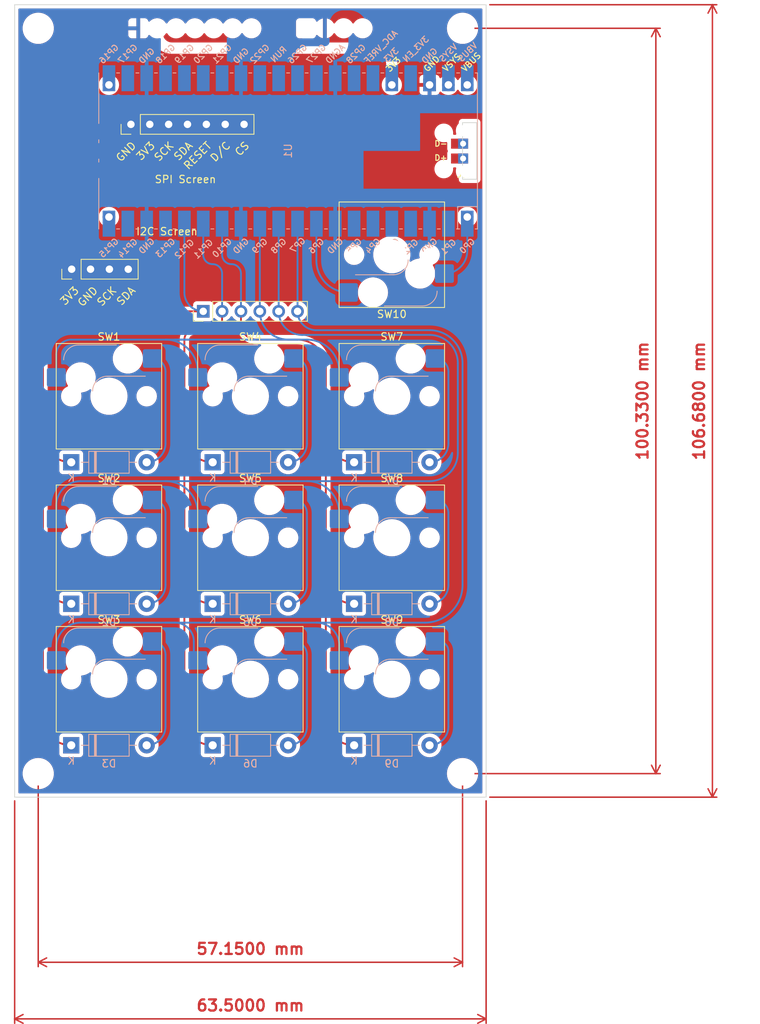
<source format=kicad_pcb>
(kicad_pcb (version 20211014) (generator pcbnew)
  (layers (0 "F.Cu" signal) (31 "B.Cu" signal) (34 "B.Paste" user) (35 "F.Paste" user) (36 "B.SilkS" user "B.Silkscreen") (37 "F.SilkS" user "F.Silkscreen") (38 "B.Mask" user) (39 "F.Mask" user) (44 "Edge.Cuts" user))
  (net 0 "")
  (net 1 "ROW1")
  (net 2 "Net-(D1-Pad2)")
  (net 3 "ROW2")
  (net 4 "Net-(D2-Pad2)")
  (net 5 "ROW3")
  (net 6 "Net-(D3-Pad2)")
  (net 7 "Net-(D4-Pad2)")
  (net 8 "Net-(D5-Pad2)")
  (net 9 "Net-(D6-Pad2)")
  (net 10 "Net-(D7-Pad2)")
  (net 11 "Net-(D8-Pad2)")
  (net 12 "Net-(D9-Pad2)")
  (net 13 "COL1")
  (net 14 "COL2")
  (net 15 "COL3")
  (net 16 "GND")
  (net 17 "SCK")
  (net 18 "SDA")
  (net 20 "3V3")
  (net 27 "SPI0_SCK")
  (net 30 "SPI0_TX")
  (net 31 "SCREEN_RESET")
  (net 32 "SCREEN_COMMAND")
  (net 33 "SPI0_CS")
  (net 41 "ROW0")
  (net 42 "COL0")
  (net 43 "D+")
  (net 44 "D-")
  (footprint "Switch_Keyboard_Hotswap_Kailh:SW_Hotswap_Kailh_MX" (layer "F.Cu") (at 76.2 76.2)
    (fp_text reference "SW1" (at 0 -8) (layer "F.SilkS"))
    (fp_text value "SW_Push")
    (pad "" np_thru_hole circle locked (at -3.81 -2.54) (size 3.05 3.05) (drill 3.05) (layers *.Cu *.Mask))
    (pad "" np_thru_hole circle locked (at -5.08 0) (size 1.75 1.75) (drill 1.75) (layers *.Cu *.Mask))
    (pad "" np_thru_hole circle locked (at 5.08 0) (size 1.75 1.75) (drill 1.75) (layers *.Cu *.Mask))
    (pad "" np_thru_hole circle locked (at 0 0) (size 4 4) (drill 4) (layers *.Cu *.Mask))
    (pad "" np_thru_hole circle locked (at 2.54 -5.08) (size 3.05 3.05) (drill 3.05) (layers *.Cu *.Mask))
    (pad "1" smd roundrect locked (at -7.085 -2.54) (size 2.55 2.5) (layers "B.Cu" "B.Paste" "B.Mask") (roundrect_rratio 0.1) (net 1 "ROW1"))
    (pad "2" smd roundrect locked (at 5.842 -5.08) (size 2.55 2.5) (layers "B.Cu" "B.Paste" "B.Mask") (roundrect_rratio 0.1) (net 2 "Net-(D1-Pad2)"))
  )
  (footprint "MountingHole:MountingHole_3.2mm_M3" (layer "F.Cu") (at 66.675 127)
    (fp_text reference "H3" hide)
    (fp_text value "MountingHole")
    (pad "" np_thru_hole circle (at 0 0) (size 3.2 3.2) (drill 3.2) (layers *.Cu *.Mask))
  )
  (footprint "Switch_Keyboard_Hotswap_Kailh:SW_Hotswap_Kailh_MX" (layer "F.Cu") (at 114.3 57.15 180)
    (fp_text reference "SW10" (at 0 -8) (layer "F.SilkS"))
    (fp_text value "SW_Push")
    (pad "" np_thru_hole circle locked (at 2.54 -5.08 180) (size 3.05 3.05) (drill 3.05) (layers *.Cu *.Mask))
    (pad "" np_thru_hole circle locked (at -5.08 0 180) (size 1.75 1.75) (drill 1.75) (layers *.Cu *.Mask))
    (pad "" np_thru_hole circle locked (at 0 0 180) (size 4 4) (drill 4) (layers *.Cu *.Mask))
    (pad "" np_thru_hole circle locked (at 5.08 0 180) (size 1.75 1.75) (drill 1.75) (layers *.Cu *.Mask))
    (pad "" np_thru_hole circle locked (at -3.81 -2.54 180) (size 3.05 3.05) (drill 3.05) (layers *.Cu *.Mask))
    (pad "1" smd roundrect locked (at -7.085 -2.54 180) (size 2.55 2.5) (layers "B.Cu" "B.Paste" "B.Mask") (roundrect_rratio 0.1) (net 41 "ROW0"))
    (pad "2" smd roundrect locked (at 5.842 -5.08 180) (size 2.55 2.5) (layers "B.Cu" "B.Paste" "B.Mask") (roundrect_rratio 0.1) (net 42 "COL0"))
  )
  (footprint "Switch_Keyboard_Hotswap_Kailh:SW_Hotswap_Kailh_MX" (layer "F.Cu") (at 76.2 95.25)
    (fp_text reference "SW2" (at 0 -8) (layer "F.SilkS"))
    (fp_text value "SW_Push")
    (pad "" np_thru_hole circle locked (at -3.81 -2.54) (size 3.05 3.05) (drill 3.05) (layers *.Cu *.Mask))
    (pad "" np_thru_hole circle locked (at 5.08 0) (size 1.75 1.75) (drill 1.75) (layers *.Cu *.Mask))
    (pad "" np_thru_hole circle locked (at 2.54 -5.08) (size 3.05 3.05) (drill 3.05) (layers *.Cu *.Mask))
    (pad "" np_thru_hole circle locked (at -5.08 0) (size 1.75 1.75) (drill 1.75) (layers *.Cu *.Mask))
    (pad "" np_thru_hole circle locked (at 0 0) (size 4 4) (drill 4) (layers *.Cu *.Mask))
    (pad "1" smd roundrect locked (at -7.085 -2.54) (size 2.55 2.5) (layers "B.Cu" "B.Paste" "B.Mask") (roundrect_rratio 0.1) (net 3 "ROW2"))
    (pad "2" smd roundrect locked (at 5.842 -5.08) (size 2.55 2.5) (layers "B.Cu" "B.Paste" "B.Mask") (roundrect_rratio 0.1) (net 4 "Net-(D2-Pad2)"))
  )
  (footprint "Switch_Keyboard_Hotswap_Kailh:SW_Hotswap_Kailh_MX" (layer "F.Cu") (at 95.25 114.3)
    (fp_text reference "SW6" (at 0 -8) (layer "F.SilkS"))
    (fp_text value "SW_Push")
    (pad "" np_thru_hole circle locked (at -3.81 -2.54) (size 3.05 3.05) (drill 3.05) (layers *.Cu *.Mask))
    (pad "" np_thru_hole circle locked (at 0 0) (size 4 4) (drill 4) (layers *.Cu *.Mask))
    (pad "" np_thru_hole circle locked (at 5.08 0) (size 1.75 1.75) (drill 1.75) (layers *.Cu *.Mask))
    (pad "" np_thru_hole circle locked (at 2.54 -5.08) (size 3.05 3.05) (drill 3.05) (layers *.Cu *.Mask))
    (pad "" np_thru_hole circle locked (at -5.08 0) (size 1.75 1.75) (drill 1.75) (layers *.Cu *.Mask))
    (pad "1" smd roundrect locked (at -7.085 -2.54) (size 2.55 2.5) (layers "B.Cu" "B.Paste" "B.Mask") (roundrect_rratio 0.1) (net 5 "ROW3"))
    (pad "2" smd roundrect locked (at 5.842 -5.08) (size 2.55 2.5) (layers "B.Cu" "B.Paste" "B.Mask") (roundrect_rratio 0.1) (net 9 "Net-(D6-Pad2)"))
  )
  (footprint "Connector_PinHeader_2.54mm:PinHeader_1x07_P2.54mm_Vertical" (layer "F.Cu") (at 79.16 39.6 90)
    (fp_text reference "J4" hide)
    (fp_text value "SPI Screen" (at -7.4 7.34) (layer "F.SilkS"))
    (pad "1" thru_hole rect (at 0 0 90) (size 1.7 1.7) (drill 1) (layers *.Cu *.Mask) (net 16 "GND"))
    (pad "2" thru_hole oval (at 0 2.54 90) (size 1.7 1.7) (drill 1) (layers *.Cu *.Mask) (net 20 "3V3"))
    (pad "3" thru_hole oval (at 0 5.08 90) (size 1.7 1.7) (drill 1) (layers *.Cu *.Mask) (net 27 "SPI0_SCK"))
    (pad "4" thru_hole oval (at 0 7.62 90) (size 1.7 1.7) (drill 1) (layers *.Cu *.Mask) (net 30 "SPI0_TX"))
    (pad "5" thru_hole oval (at 0 10.16 90) (size 1.7 1.7) (drill 1) (layers *.Cu *.Mask) (net 31 "SCREEN_RESET"))
    (pad "6" thru_hole oval (at 0 12.7 90) (size 1.7 1.7) (drill 1) (layers *.Cu *.Mask) (net 32 "SCREEN_COMMAND"))
    (pad "7" thru_hole oval (at 0 15.24 90) (size 1.7 1.7) (drill 1) (layers *.Cu *.Mask) (net 33 "SPI0_CS"))
  )
  (footprint "MountingHole:MountingHole_3.2mm_M3" (layer "F.Cu") (at 123.825 26.67)
    (fp_text reference "H2" hide)
    (fp_text value "MountingHole")
    (pad "" np_thru_hole circle (at 0 0) (size 3.2 3.2) (drill 3.2) (layers *.Cu *.Mask))
  )
  (footprint "MountingHole:MountingHole_3.2mm_M3" (layer "F.Cu") (at 66.675 26.67)
    (fp_text reference "H1" hide)
    (fp_text value "MountingHole")
    (pad "" np_thru_hole circle (at 0 0) (size 3.2 3.2) (drill 3.2) (layers *.Cu *.Mask))
  )
  (footprint "Switch_Keyboard_Hotswap_Kailh:SW_Hotswap_Kailh_MX" (layer "F.Cu") (at 114.3 76.2)
    (fp_text reference "SW7" (at 0 -8) (layer "F.SilkS"))
    (fp_text value "SW_Push")
    (pad "" np_thru_hole circle locked (at 2.54 -5.08) (size 3.05 3.05) (drill 3.05) (layers *.Cu *.Mask))
    (pad "" np_thru_hole circle locked (at 0 0) (size 4 4) (drill 4) (layers *.Cu *.Mask))
    (pad "" np_thru_hole circle locked (at 5.08 0) (size 1.75 1.75) (drill 1.75) (layers *.Cu *.Mask))
    (pad "" np_thru_hole circle locked (at -5.08 0) (size 1.75 1.75) (drill 1.75) (layers *.Cu *.Mask))
    (pad "" np_thru_hole circle locked (at -3.81 -2.54) (size 3.05 3.05) (drill 3.05) (layers *.Cu *.Mask))
    (pad "1" smd roundrect locked (at -7.085 -2.54) (size 2.55 2.5) (layers "B.Cu" "B.Paste" "B.Mask") (roundrect_rratio 0.1) (net 1 "ROW1"))
    (pad "2" smd roundrect locked (at 5.842 -5.08) (size 2.55 2.5) (layers "B.Cu" "B.Paste" "B.Mask") (roundrect_rratio 0.1) (net 10 "Net-(D7-Pad2)"))
  )
  (footprint "MountingHole:MountingHole_3.2mm_M3" (layer "F.Cu") (at 123.825 127)
    (fp_text reference "H4" hide)
    (fp_text value "MountingHole")
    (pad "" np_thru_hole circle (at 0 0) (size 3.2 3.2) (drill 3.2) (layers *.Cu *.Mask))
  )
  (footprint "Connector_PinHeader_2.00mm:PinHeader_1x02_P2.00mm_Vertical" (layer "F.Cu") (at 123.9 44.2 180)
    (fp_text reference "J1" (at 0 -2.06) (layer "F.SilkS"))
    (fp_text value "Conn_01x02")
    (pad "1" thru_hole rect (at 0 0 180) (size 1.35 1.35) (drill 0.8) (layers *.Cu *.Mask) (net 43 "D+"))
    (pad "1" smd rect (at 0.75 0 180) (size 1.75 1.35) (layers "F.Cu" "F.Mask") (net 43 "D+"))
    (pad "2" thru_hole rect (at 0 2 180) (size 1.35 1.35) (drill 0.8) (layers *.Cu *.Mask) (net 44 "D-"))
    (pad "2" smd rect (at 0.75 2 180) (size 1.75 1.35) (layers "F.Cu" "F.Mask") (net 44 "D-"))
  )
  (footprint "Switch_Keyboard_Hotswap_Kailh:SW_Hotswap_Kailh_MX" (layer "F.Cu") (at 114.3 95.25)
    (fp_text reference "SW8" (at 0 -8) (layer "F.SilkS"))
    (fp_text value "SW_Push")
    (pad "" np_thru_hole circle locked (at 0 0) (size 4 4) (drill 4) (layers *.Cu *.Mask))
    (pad "" np_thru_hole circle locked (at 5.08 0) (size 1.75 1.75) (drill 1.75) (layers *.Cu *.Mask))
    (pad "" np_thru_hole circle locked (at 2.54 -5.08) (size 3.05 3.05) (drill 3.05) (layers *.Cu *.Mask))
    (pad "" np_thru_hole circle locked (at -3.81 -2.54) (size 3.05 3.05) (drill 3.05) (layers *.Cu *.Mask))
    (pad "" np_thru_hole circle locked (at -5.08 0) (size 1.75 1.75) (drill 1.75) (layers *.Cu *.Mask))
    (pad "1" smd roundrect locked (at -7.085 -2.54) (size 2.55 2.5) (layers "B.Cu" "B.Paste" "B.Mask") (roundrect_rratio 0.1) (net 3 "ROW2"))
    (pad "2" smd roundrect locked (at 5.842 -5.08) (size 2.55 2.5) (layers "B.Cu" "B.Paste" "B.Mask") (roundrect_rratio 0.1) (net 11 "Net-(D8-Pad2)"))
  )
  (footprint "Switch_Keyboard_Hotswap_Kailh:SW_Hotswap_Kailh_MX" (layer "F.Cu") (at 76.2 114.3)
    (fp_text reference "SW3" (at 0 -8) (layer "F.SilkS"))
    (fp_text value "SW_Push")
    (pad "" np_thru_hole circle locked (at 0 0) (size 4 4) (drill 4) (layers *.Cu *.Mask))
    (pad "" np_thru_hole circle locked (at 5.08 0) (size 1.75 1.75) (drill 1.75) (layers *.Cu *.Mask))
    (pad "" np_thru_hole circle locked (at -3.81 -2.54) (size 3.05 3.05) (drill 3.05) (layers *.Cu *.Mask))
    (pad "" np_thru_hole circle locked (at -5.08 0) (size 1.75 1.75) (drill 1.75) (layers *.Cu *.Mask))
    (pad "" np_thru_hole circle locked (at 2.54 -5.08) (size 3.05 3.05) (drill 3.05) (layers *.Cu *.Mask))
    (pad "1" smd roundrect locked (at -7.085 -2.54) (size 2.55 2.5) (layers "B.Cu" "B.Paste" "B.Mask") (roundrect_rratio 0.1) (net 5 "ROW3"))
    (pad "2" smd roundrect locked (at 5.842 -5.08) (size 2.55 2.5) (layers "B.Cu" "B.Paste" "B.Mask") (roundrect_rratio 0.1) (net 6 "Net-(D3-Pad2)"))
  )
  (footprint "Switch_Keyboard_Hotswap_Kailh:SW_Hotswap_Kailh_MX" (layer "F.Cu") (at 95.25 76.2)
    (fp_text reference "SW4" (at 0 -8) (layer "F.SilkS"))
    (fp_text value "SW_Push")
    (pad "" np_thru_hole circle locked (at 0 0) (size 4 4) (drill 4) (layers *.Cu *.Mask))
    (pad "" np_thru_hole circle locked (at 2.54 -5.08) (size 3.05 3.05) (drill 3.05) (layers *.Cu *.Mask))
    (pad "" np_thru_hole circle locked (at -3.81 -2.54) (size 3.05 3.05) (drill 3.05) (layers *.Cu *.Mask))
    (pad "" np_thru_hole circle locked (at 5.08 0) (size 1.75 1.75) (drill 1.75) (layers *.Cu *.Mask))
    (pad "" np_thru_hole circle locked (at -5.08 0) (size 1.75 1.75) (drill 1.75) (layers *.Cu *.Mask))
    (pad "1" smd roundrect locked (at -7.085 -2.54) (size 2.55 2.5) (layers "B.Cu" "B.Paste" "B.Mask") (roundrect_rratio 0.1) (net 1 "ROW1"))
    (pad "2" smd roundrect locked (at 5.842 -5.08) (size 2.55 2.5) (layers "B.Cu" "B.Paste" "B.Mask") (roundrect_rratio 0.1) (net 7 "Net-(D4-Pad2)"))
  )
  (footprint "Connector_PinHeader_2.54mm:PinHeader_1x06_P2.54mm_Vertical" (layer "F.Cu") (at 88.9 64.77 90)
    (fp_text reference "J2" hide)
    (fp_text value "Conn_01x06")
    (pad "1" thru_hole rect (at 0 0 90) (size 1.7 1.7) (drill 1) (layers *.Cu *.Mask) (net 13 "COL1"))
    (pad "2" thru_hole oval (at 0 2.54 90) (size 1.7 1.7) (drill 1) (layers *.Cu *.Mask) (net 14 "COL2"))
    (pad "3" thru_hole oval (at 0 5.08 90) (size 1.7 1.7) (drill 1) (layers *.Cu *.Mask) (net 15 "COL3"))
    (pad "4" thru_hole oval (at 0 7.62 90) (size 1.7 1.7) (drill 1) (layers *.Cu *.Mask) (net 1 "ROW1"))
    (pad "5" thru_hole oval (at 0 10.16 90) (size 1.7 1.7) (drill 1) (layers *.Cu *.Mask) (net 3 "ROW2"))
    (pad "6" thru_hole oval (at 0 12.7 90) (size 1.7 1.7) (drill 1) (layers *.Cu *.Mask) (net 5 "ROW3"))
  )
  (footprint "Switch_Keyboard_Hotswap_Kailh:SW_Hotswap_Kailh_MX" (layer "F.Cu") (at 95.25 95.25)
    (fp_text reference "SW5" (at 0 -8) (layer "F.SilkS"))
    (fp_text value "SW_Push")
    (pad "" np_thru_hole circle locked (at 5.08 0) (size 1.75 1.75) (drill 1.75) (layers *.Cu *.Mask))
    (pad "" np_thru_hole circle locked (at 2.54 -5.08) (size 3.05 3.05) (drill 3.05) (layers *.Cu *.Mask))
    (pad "" np_thru_hole circle locked (at -5.08 0) (size 1.75 1.75) (drill 1.75) (layers *.Cu *.Mask))
    (pad "" np_thru_hole circle locked (at 0 0) (size 4 4) (drill 4) (layers *.Cu *.Mask))
    (pad "" np_thru_hole circle locked (at -3.81 -2.54) (size 3.05 3.05) (drill 3.05) (layers *.Cu *.Mask))
    (pad "1" smd roundrect locked (at -7.085 -2.54) (size 2.55 2.5) (layers "B.Cu" "B.Paste" "B.Mask") (roundrect_rratio 0.1) (net 3 "ROW2"))
    (pad "2" smd roundrect locked (at 5.842 -5.08) (size 2.55 2.5) (layers "B.Cu" "B.Paste" "B.Mask") (roundrect_rratio 0.1) (net 8 "Net-(D5-Pad2)"))
  )
  (footprint "Switch_Keyboard_Hotswap_Kailh:SW_Hotswap_Kailh_MX" (layer "F.Cu") (at 114.3 114.3)
    (fp_text reference "SW9" (at 0 -8) (layer "F.SilkS"))
    (fp_text value "SW_Push")
    (pad "" np_thru_hole circle locked (at 5.08 0) (size 1.75 1.75) (drill 1.75) (layers *.Cu *.Mask))
    (pad "" np_thru_hole circle locked (at 2.54 -5.08) (size 3.05 3.05) (drill 3.05) (layers *.Cu *.Mask))
    (pad "" np_thru_hole circle locked (at 0 0) (size 4 4) (drill 4) (layers *.Cu *.Mask))
    (pad "" np_thru_hole circle locked (at -3.81 -2.54) (size 3.05 3.05) (drill 3.05) (layers *.Cu *.Mask))
    (pad "" np_thru_hole circle locked (at -5.08 0) (size 1.75 1.75) (drill 1.75) (layers *.Cu *.Mask))
    (pad "1" smd roundrect locked (at -7.085 -2.54) (size 2.55 2.5) (layers "B.Cu" "B.Paste" "B.Mask") (roundrect_rratio 0.1) (net 5 "ROW3"))
    (pad "2" smd roundrect locked (at 5.842 -5.08) (size 2.55 2.5) (layers "B.Cu" "B.Paste" "B.Mask") (roundrect_rratio 0.1) (net 12 "Net-(D9-Pad2)"))
  )
  (footprint "Connector_PinHeader_2.54mm:PinHeader_1x04_P2.54mm_Vertical" (layer "F.Cu") (at 71.18 59.1 90)
    (fp_text reference "J3" hide)
    (fp_text value "I2C Screen" (at 5.08 12.82897) (layer "F.SilkS"))
    (pad "1" thru_hole rect (at 0 0 90) (size 1.7 1.7) (drill 1) (layers *.Cu *.Mask) (net 20 "3V3"))
    (pad "2" thru_hole oval (at 0 2.54 90) (size 1.7 1.7) (drill 1) (layers *.Cu *.Mask) (net 16 "GND"))
    (pad "3" thru_hole oval (at 0 5.08 90) (size 1.7 1.7) (drill 1) (layers *.Cu *.Mask) (net 17 "SCK"))
    (pad "4" thru_hole oval (at 0 7.62 90) (size 1.7 1.7) (drill 1) (layers *.Cu *.Mask) (net 18 "SDA"))
  )
  (footprint "Diode_THT:D_DO-41_SOD81_P10.16mm_Horizontal" (layer "B.Cu") (at 109.22 123.19)
    (fp_text reference "D9" (at 5.08 2.47) (layer "B.SilkS") (effects (justify mirror)))
    (fp_text value "D")
    (fp_text user "K" (at 0 2.1) (layer "B.SilkS") (effects (justify mirror)))
    (pad "1" thru_hole rect (at 0 0) (size 2.2 2.2) (drill 1.1) (layers *.Cu *.Mask) (net 15 "COL3"))
    (pad "2" thru_hole oval (at 10.16 0) (size 2.2 2.2) (drill 1.1) (layers *.Cu *.Mask) (net 12 "Net-(D9-Pad2)"))
  )
  (footprint "Diode_THT:D_DO-41_SOD81_P10.16mm_Horizontal" (layer "B.Cu") (at 71.12 104.14)
    (fp_text reference "D2" (at 5.08 2.47) (layer "B.SilkS") (effects (justify mirror)))
    (fp_text value "D")
    (fp_text user "K" (at 0 2.1) (layer "B.SilkS") (effects (justify mirror)))
    (pad "1" thru_hole rect (at 0 0) (size 2.2 2.2) (drill 1.1) (layers *.Cu *.Mask) (net 13 "COL1"))
    (pad "2" thru_hole oval (at 10.16 0) (size 2.2 2.2) (drill 1.1) (layers *.Cu *.Mask) (net 4 "Net-(D2-Pad2)"))
  )
  (footprint "Diode_THT:D_DO-41_SOD81_P10.16mm_Horizontal" (layer "B.Cu") (at 90.17 123.19)
    (fp_text reference "D6" (at 5.08 2.47) (layer "B.SilkS") (effects (justify mirror)))
    (fp_text value "D")
    (fp_text user "K" (at 0 2.1) (layer "B.SilkS") (effects (justify mirror)))
    (pad "1" thru_hole rect (at 0 0) (size 2.2 2.2) (drill 1.1) (layers *.Cu *.Mask) (net 14 "COL2"))
    (pad "2" thru_hole oval (at 10.16 0) (size 2.2 2.2) (drill 1.1) (layers *.Cu *.Mask) (net 9 "Net-(D6-Pad2)"))
  )
  (footprint "Diode_THT:D_DO-41_SOD81_P10.16mm_Horizontal" (layer "B.Cu") (at 90.17 104.14)
    (fp_text reference "D5" (at 5.08 2.47) (layer "B.SilkS") (effects (justify mirror)))
    (fp_text value "D")
    (fp_text user "K" (at 0 2.1) (layer "B.SilkS") (effects (justify mirror)))
    (pad "1" thru_hole rect (at 0 0) (size 2.2 2.2) (drill 1.1) (layers *.Cu *.Mask) (net 14 "COL2"))
    (pad "2" thru_hole oval (at 10.16 0) (size 2.2 2.2) (drill 1.1) (layers *.Cu *.Mask) (net 8 "Net-(D5-Pad2)"))
  )
  (footprint "MCU_RaspberryPi_and_Boards:RPi_Pico_SMD_TH" (layer "B.Cu") (at 100.33 43.18 90)
    (fp_text reference "U1" (at 0 0 270) (layer "B.SilkS") (effects (justify mirror)))
    (fp_text value "Pico")
    (fp_text user "GP0" (at -12.8 24.13 45) (layer "B.SilkS") (effects (font (size 0.8 0.8)) (justify mirror)))
    (fp_text user "GND" (at -12.8 19.05 45) (layer "B.SilkS") (effects (font (size 0.8 0.8)) (justify mirror)))
    (fp_text user "GP14" (at -13.1 -21.59 45) (layer "B.SilkS") (effects (font (size 0.8 0.8)) (justify mirror)))
    (fp_text user "GP12" (at -13.2 -13.97 45) (layer "B.SilkS") (effects (font (size 0.8 0.8)) (justify mirror)))
    (fp_text user "GP21" (at 13.054 -8.9 45) (layer "B.SilkS") (effects (font (size 0.8 0.8)) (justify mirror)))
    (fp_text user "GP22" (at 13.054 -3.81 45) (layer "B.SilkS") (effects (font (size 0.8 0.8)) (justify mirror)))
    (fp_text user "GP3" (at -12.8 13.97 45) (layer "B.SilkS") (effects (font (size 0.8 0.8)) (justify mirror)))
    (fp_text user "GP7" (at -12.7 1.3 45) (layer "B.SilkS") (effects (font (size 0.8 0.8)) (justify mirror)))
    (fp_text user "GND" (at -12.8 6.35 45) (layer "B.SilkS") (effects (font (size 0.8 0.8)) (justify mirror)))
    (fp_text user "GP15" (at -13.054 -24.13 45) (layer "B.SilkS") (effects (font (size 0.8 0.8)) (justify mirror)))
    (fp_text user "GP1" (at -12.9 21.6 45) (layer "B.SilkS") (effects (font (size 0.8 0.8)) (justify mirror)))
    (fp_text user "GND" (at -12.8 -19.05 45) (layer "B.SilkS") (effects (font (size 0.8 0.8)) (justify mirror)))
    (fp_text user "3V3" (at 12.9 13.9 45) (layer "B.SilkS") (effects (font (size 0.8 0.8)) (justify mirror)))
    (fp_text user "GP17" (at 13.054 -21.59 45) (layer "B.SilkS") (effects (font (size 0.8 0.8)) (justify mirror)))
    (fp_text user "GP28" (at 13.054 9.144 45) (layer "B.SilkS") (effects (font (size 0.8 0.8)) (justify mirror)))
    (fp_text user "VSYS" (at 13.2 21.59 45) (layer "B.SilkS") (effects (font (size 0.8 0.8)) (justify mirror)))
    (fp_text user "GP2" (at -12.9 16.51 45) (layer "B.SilkS") (effects (font (size 0.8 0.8)) (justify mirror)))
    (fp_text user "VBUS" (at 13.3 24.2 45) (layer "B.SilkS") (effects (font (size 0.8 0.8)) (justify mirror)))
    (fp_text user "GND" (at -12.8 -6.35 45) (layer "B.SilkS") (effects (font (size 0.8 0.8)) (justify mirror)))
    (fp_text user "GP27" (at 13.054 3.8 45) (layer "B.SilkS") (effects (font (size 0.8 0.8)) (justify mirror)))
    (fp_text user "GP9" (at -12.8 -3.81 45) (layer "B.SilkS") (effects (font (size 0.8 0.8)) (justify mirror)))
    (fp_text user "AGND" (at 13.054 6.35 45) (layer "B.SilkS") (effects (font (size 0.8 0.8)) (justify mirror)))
    (fp_text user "GP8" (at -12.8 -1.27 45) (layer "B.SilkS") (effects (font (size 0.8 0.8)) (justify mirror)))
    (fp_text user "ADC_VREF" (at 14 12.5 45) (layer "B.SilkS") (effects (font (size 0.8 0.8)) (justify mirror)))
    (fp_text user "GP13" (at -13.054 -16.51 45) (layer "B.SilkS") (effects (font (size 0.8 0.8)) (justify mirror)))
    (fp_text user "GP5" (at -12.8 8.89 45) (layer "B.SilkS") (effects (font (size 0.8 0.8)) (justify mirror)))
    (fp_text user "3V3_EN" (at 13.7 17.2 45) (layer "B.SilkS") (effects (font (size 0.8 0.8)) (justify mirror)))
    (fp_text user "GP11" (at -13.2 -11.43 45) (layer "B.SilkS") (effects (font (size 0.8 0.8)) (justify mirror)))
    (fp_text user "GND" (at 12.8 -19.05 45) (layer "B.SilkS") (effects (font (size 0.8 0.8)) (justify mirror)))
    (fp_text user "GP4" (at -12.8 11.43 45) (layer "B.SilkS") (effects (font (size 0.8 0.8)) (justify mirror)))
    (fp_text user "GP20" (at 13.054 -11.43 45) (layer "B.SilkS") (effects (font (size 0.8 0.8)) (justify mirror)))
    (fp_text user "GP16" (at 13.054 -24.13 45) (layer "B.SilkS") (effects (font (size 0.8 0.8)) (justify mirror)))
    (fp_text user "GP18" (at 13.054 -16.51 45) (layer "B.SilkS") (effects (font (size 0.8 0.8)) (justify mirror)))
    (fp_text user "GND" (at 12.8 19.05 45) (layer "B.SilkS") (effects (font (size 0.8 0.8)) (justify mirror)))
    (fp_text user "GND" (at 12.8 -6.35 45) (layer "B.SilkS") (effects (font (size 0.8 0.8)) (justify mirror)))
    (fp_text user "GP10" (at -13.054 -8.89 45) (layer "B.SilkS") (effects (font (size 0.8 0.8)) (justify mirror)))
    (fp_text user "GP6" (at -12.8 3.81 45) (layer "B.SilkS") (effects (font (size 0.8 0.8)) (justify mirror)))
    (fp_text user "GP19" (at 13.054 -13.97 45) (layer "B.SilkS") (effects (font (size 0.8 0.8)) (justify mirror)))
    (fp_text user "RUN" (at 13 -1.27 45) (layer "B.SilkS") (effects (font (size 0.8 0.8)) (justify mirror)))
    (fp_text user "GP26" (at 13.054 1.27 45) (layer "B.SilkS") (effects (font (size 0.8 0.8)) (justify mirror)))
    (pad "" np_thru_hole oval (at 2.725 24 90) (size 1.8 1.8) (drill 1.8) (layers *.Cu *.Mask))
    (pad "" np_thru_hole oval (at -2.425 20.97 90) (size 1.5 1.5) (drill 1.5) (layers *.Cu *.Mask))
    (pad "" np_thru_hole oval (at 2.425 20.97 90) (size 1.5 1.5) (drill 1.5) (layers *.Cu *.Mask))
    (pad "" np_thru_hole oval (at -2.725 24 90) (size 1.8 1.8) (drill 1.8) (layers *.Cu *.Mask))
    (pad "1" thru_hole oval (at -8.89 24.13 90) (size 1.7 1.7) (drill 1.02) (layers *.Cu *.Mask) (net 41 "ROW0"))
    (pad "1" smd rect (at -8.89 24.13 90) (size 3.5 1.7) (drill (offset -0.9 0)) (layers "B.Cu" "B.Mask") (net 41 "ROW0"))
    (pad "2" smd rect (at -8.89 21.59 90) (size 3.5 1.7) (drill (offset -0.9 0)) (layers "B.Cu" "B.Mask"))
    (pad "3" smd rect (at -8.89 19.05 90) (size 3.5 1.7) (drill (offset -0.9 0)) (layers "B.Cu" "B.Mask") (net 16 "GND"))
    (pad "4" smd rect (at -8.89 16.51 90) (size 3.5 1.7) (drill (offset -0.9 0)) (layers "B.Cu" "B.Mask"))
    (pad "5" smd rect (at -8.89 13.97 90) (size 3.5 1.7) (drill (offset -0.9 0)) (layers "B.Cu" "B.Mask"))
    (pad "6" smd rect (at -8.89 11.43 90) (size 3.5 1.7) (drill (offset -0.9 0)) (layers "B.Cu" "B.Mask"))
    (pad "7" smd rect (at -8.89 8.89 90) (size 3.5 1.7) (drill (offset -0.9 0)) (layers "B.Cu" "B.Mask"))
    (pad "8" smd rect (at -8.89 6.35 90) (size 3.5 1.7) (drill (offset -0.9 0)) (layers "B.Cu" "B.Mask") (net 16 "GND"))
    (pad "9" smd rect (at -8.89 3.81 90) (size 3.5 1.7) (drill (offset -0.9 0)) (layers "B.Cu" "B.Mask") (net 42 "COL0"))
    (pad "10" smd rect (at -8.89 1.27 90) (size 3.5 1.7) (drill (offset -0.9 0)) (layers "B.Cu" "B.Mask") (net 5 "ROW3"))
    (pad "11" smd rect (at -8.89 -1.27 90) (size 3.5 1.7) (drill (offset -0.9 0)) (layers "B.Cu" "B.Mask") (net 3 "ROW2"))
    (pad "12" smd rect (at -8.89 -3.81 90) (size 3.5 1.7) (drill (offset -0.9 0)) (layers "B.Cu" "B.Mask") (net 1 "ROW1"))
    (pad "13" smd rect (at -8.89 -6.35 90) (size 3.5 1.7) (drill (offset -0.9 0)) (layers "B.Cu" "B.Mask") (net 16 "GND"))
    (pad "14" smd rect (at -8.89 -8.89 90) (size 3.5 1.7) (drill (offset -0.9 0)) (layers "B.Cu" "B.Mask") (net 15 "COL3"))
    (pad "15" smd rect (at -8.89 -11.43 90) (size 3.5 1.7) (drill (offset -0.9 0)) (layers "B.Cu" "B.Mask") (net 14 "COL2"))
    (pad "16" smd rect (at -8.89 -13.97 90) (size 3.5 1.7) (drill (offset -0.9 0)) (layers "B.Cu" "B.Mask") (net 13 "COL1"))
    (pad "17" smd rect (at -8.89 -16.51 90) (size 3.5 1.7) (drill (offset -0.9 0)) (layers "B.Cu" "B.Mask"))
    (pad "18" smd rect (at -8.89 -19.05 90) (size 3.5 1.7) (drill (offset -0.9 0)) (layers "B.Cu" "B.Mask") (net 16 "GND"))
    (pad "19" smd rect (at -8.89 -21.59 90) (size 3.5 1.7) (drill (offset -0.9 0)) (layers "B.Cu" "B.Mask") (net 18 "SDA"))
    (pad "20" smd rect (at -8.89 -24.13 90) (size 3.5 1.7) (drill (offset -0.9 0)) (layers "B.Cu" "B.Mask") (net 17 "SCK"))
    (pad "20" thru_hole oval (at -8.89 -24.13 90) (size 1.7 1.7) (drill 1.02) (layers *.Cu *.Mask) (net 17 "SCK"))
    (pad "21" smd rect (at 8.89 -24.13 90) (size 3.5 1.7) (drill (offset 0.9 0)) (layers "B.Cu" "B.Mask"))
    (pad "21" thru_hole oval (at 8.89 -24.13 90) (size 1.7 1.7) (drill 1.02) (layers *.Cu *.Mask))
    (pad "22" smd rect (at 8.89 -21.59 90) (size 3.5 1.7) (drill (offset 0.9 0)) (layers "B.Cu" "B.Mask") (net 33 "SPI0_CS"))
    (pad "23" smd rect (at 8.89 -19.05 90) (size 3.5 1.7) (drill (offset 0.9 0)) (layers "B.Cu" "B.Mask") (net 16 "GND"))
    (pad "24" smd rect (at 8.89 -16.51 90) (size 3.5 1.7) (drill (offset 0.9 0)) (layers "B.Cu" "B.Mask") (net 27 "SPI0_SCK"))
    (pad "25" smd rect (at 8.89 -13.97 90) (size 3.5 1.7) (drill (offset 0.9 0)) (layers "B.Cu" "B.Mask") (net 30 "SPI0_TX"))
    (pad "26" smd rect (at 8.89 -11.43 90) (size 3.5 1.7) (drill (offset 0.9 0)) (layers "B.Cu" "B.Mask") (net 31 "SCREEN_RESET"))
    (pad "27" smd rect (at 8.89 -8.89 90) (size 3.5 1.7) (drill (offset 0.9 0)) (layers "B.Cu" "B.Mask") (net 32 "SCREEN_COMMAND"))
    (pad "28" smd rect (at 8.89 -6.35 90) (size 3.5 1.7) (drill (offset 0.9 0)) (layers "B.Cu" "B.Mask") (net 16 "GND"))
    (pad "29" smd rect (at 8.89 -3.81 90) (size 3.5 1.7) (drill (offset 0.9 0)) (layers "B.Cu" "B.Mask"))
    (pad "30" smd rect (at 8.89 -1.27 90) (size 3.5 1.7) (drill (offset 0.9 0)) (layers "B.Cu" "B.Mask"))
    (pad "31" smd rect (at 8.89 1.27 90) (size 3.5 1.7) (drill (offset 0.9 0)) (layers "B.Cu" "B.Mask"))
    (pad "32" smd rect (at 8.89 3.81 90) (size 3.5 1.7) (drill (offset 0.9 0)) (layers "B.Cu" "B.Mask"))
    (pad "33" smd rect (at 8.89 6.35 90) (size 3.5 1.7) (drill (offset 0.9 0)) (layers "B.Cu" "B.Mask") (net 16 "GND"))
    (pad "34" smd rect (at 8.89 8.89 90) (size 3.5 1.7) (drill (offset 0.9 0)) (layers "B.Cu" "B.Mask"))
    (pad "35" smd rect (at 8.89 11.43 90) (size 3.5 1.7) (drill (offset 0.9 0)) (layers "B.Cu" "B.Mask"))
    (pad "36" smd rect (at 8.89 13.97 90) (size 3.5 1.7) (drill (offset 0.9 0)) (layers "B.Cu" "B.Mask") (net 20 "3V3"))
    (pad "36" thru_hole oval (at 8.89 13.97 90) (size 1.7 1.7) (drill 1.02) (layers *.Cu *.Mask) (net 20 "3V3"))
    (pad "37" smd rect (at 8.89 16.51 90) (size 3.5 1.7) (drill (offset 0.9 0)) (layers "B.Cu" "B.Mask"))
    (pad "38" thru_hole rect (at 8.89 19.05 90) (size 1.7 1.7) (drill 1.02) (layers *.Cu *.Mask) (net 16 "GND"))
    (pad "38" smd rect (at 8.89 19.05 90) (size 3.5 1.7) (drill (offset 0.9 0)) (layers "B.Cu" "B.Mask") (net 16 "GND"))
    (pad "39" smd rect (at 8.89 21.59 90) (size 3.5 1.7) (drill (offset 0.9 0)) (layers "B.Cu" "B.Mask"))
    (pad "39" thru_hole oval (at 8.89 21.59 90) (size 1.7 1.7) (drill 1.02) (layers *.Cu *.Mask))
    (pad "40" thru_hole oval (at 8.89 24.13 90) (size 1.7 1.7) (drill 1.02) (layers *.Cu *.Mask))
    (pad "40" smd rect (at 8.89 24.13 90) (size 3.5 1.7) (drill (offset 0.9 0)) (layers "B.Cu" "B.Mask"))
  )
  (footprint "Diode_THT:D_DO-41_SOD81_P10.16mm_Horizontal" (layer "B.Cu") (at 109.22 104.14)
    (fp_text reference "D8" (at 5.08 2.47) (layer "B.SilkS") (effects (justify mirror)))
    (fp_text value "D")
    (fp_text user "K" (at 0 2.1) (layer "B.SilkS") (effects (justify mirror)))
    (pad "1" thru_hole rect (at 0 0) (size 2.2 2.2) (drill 1.1) (layers *.Cu *.Mask) (net 15 "COL3"))
    (pad "2" thru_hole oval (at 10.16 0) (size 2.2 2.2) (drill 1.1) (layers *.Cu *.Mask) (net 11 "Net-(D8-Pad2)"))
  )
  (footprint "Diode_THT:D_DO-41_SOD81_P10.16mm_Horizontal" (layer "B.Cu") (at 109.22 85.09)
    (fp_text reference "D7" (at 5.08 2.47) (layer "B.SilkS") (effects (justify mirror)))
    (fp_text value "D")
    (fp_text user "K" (at 0 2.1) (layer "B.SilkS") (effects (justify mirror)))
    (pad "1" thru_hole rect (at 0 0) (size 2.2 2.2) (drill 1.1) (layers *.Cu *.Mask) (net 15 "COL3"))
    (pad "2" thru_hole oval (at 10.16 0) (size 2.2 2.2) (drill 1.1) (layers *.Cu *.Mask) (net 10 "Net-(D7-Pad2)"))
  )
  (footprint "Diode_THT:D_DO-41_SOD81_P10.16mm_Horizontal" (layer "B.Cu") (at 71.12 123.19)
    (fp_text reference "D3" (at 5.08 2.47) (layer "B.SilkS") (effects (justify mirror)))
    (fp_text value "D")
    (fp_text user "K" (at 0 2.1) (layer "B.SilkS") (effects (justify mirror)))
    (pad "1" thru_hole rect (at 0 0) (size 2.2 2.2) (drill 1.1) (layers *.Cu *.Mask) (net 13 "COL1"))
    (pad "2" thru_hole oval (at 10.16 0) (size 2.2 2.2) (drill 1.1) (layers *.Cu *.Mask) (net 6 "Net-(D3-Pad2)"))
  )
  (footprint "Diode_THT:D_DO-41_SOD81_P10.16mm_Horizontal" (layer "B.Cu") (at 71.12 85.09)
    (fp_text reference "D1" (at 5.08 2.47) (layer "B.SilkS") (effects (justify mirror)))
    (fp_text value "D")
    (fp_text user "K" (at 0 2.1) (layer "B.SilkS") (effects (justify mirror)))
    (pad "1" thru_hole rect (at 0 0) (size 2.2 2.2) (drill 1.1) (layers *.Cu *.Mask) (net 13 "COL1"))
    (pad "2" thru_hole oval (at 10.16 0) (size 2.2 2.2) (drill 1.1) (layers *.Cu *.Mask) (net 2 "Net-(D1-Pad2)"))
  )
  (footprint "Diode_THT:D_DO-41_SOD81_P10.16mm_Horizontal" (layer "B.Cu") (at 90.17 85.09)
    (fp_text reference "D4" (at 5.08 2.47) (layer "B.SilkS") (effects (justify mirror)))
    (fp_text value "D")
    (fp_text user "K" (at 0 2.1) (layer "B.SilkS") (effects (justify mirror)))
    (pad "1" thru_hole rect (at 0 0) (size 2.2 2.2) (drill 1.1) (layers *.Cu *.Mask) (net 14 "COL2"))
    (pad "2" thru_hole oval (at 10.16 0) (size 2.2 2.2) (drill 1.1) (layers *.Cu *.Mask) (net 7 "Net-(D4-Pad2)"))
  )
  (gr_line (start 127 23.495) (end 127 130.175) (layer "Edge.Cuts") (width 0.1))
  (gr_line (start 63.5 23.495) (end 127 23.495) (layer "Edge.Cuts") (width 0.1))
  (gr_rect (start 123.825 39.37) (end 125.73 46.99) (layer "Edge.Cuts") (width 0.1) (fill none))
  (gr_line (start 63.5 130.175) (end 127 130.175) (layer "Edge.Cuts") (width 0.1))
  (gr_line (start 63.5 23.495) (end 63.5 130.175) (layer "Edge.Cuts") (width 0.1))
  (gr_text "SDA" (at 87.2725 42.14 45) (layer "F.SilkS") (effects (font (size 1 1)) (justify right)))
  (gr_text "RESET" (at 89.8125 42.14 45) (layer "F.SilkS") (effects (font (size 1 1)) (justify right)))
  (gr_text "GND" (at 74.48397 61.64 45) (layer "F.SilkS") (effects (font (size 1 1)) (justify right)))
  (gr_text "D/C" (at 92.3525 42.14 45) (layer "F.SilkS") (effects (font (size 1 1)) (justify right)))
  (gr_text "SCK\n" (at 84.7325 42.14 45) (layer "F.SilkS") (effects (font (size 1 1)) (justify right)))
  (gr_text "SDA" (at 79.56397 61.64 45) (layer "F.SilkS") (effects (font (size 1 1)) (justify right)))
  (gr_text "GND" (at 79.6525 42.14 45) (layer "F.SilkS") (effects (font (size 1 1)) (justify right)))
  (gr_text "VBUS" (at 123.825 32.385 -315) (layer "F.SilkS") (effects (font (size 0.8 0.8)) (justify left)))
  (gr_text "3V3" (at 113.665 32.385 -315) (layer "F.SilkS") (effects (font (size 0.8 0.8)) (justify left)))
  (gr_text "D+" (at 120.9 44.1) (layer "F.SilkS") (effects (font (size 0.75 0.75))))
  (gr_text "GND" (at 118.745 32.385 -315) (layer "F.SilkS") (effects (font (size 0.8 0.8)) (justify left)))
  (gr_text "CS" (at 94.8925 42.14 45) (layer "F.SilkS") (effects (font (size 1 1)) (justify right)))
  (gr_text "D-" (at 120.9 42.2) (layer "F.SilkS") (effects (font (size 0.75 0.75))))
  (gr_text "3V3" (at 82.1925 42.14 45) (layer "F.SilkS") (effects (font (size 1 1)) (justify right)))
  (gr_text "SCK\n" (at 77.02397 61.64 45) (layer "F.SilkS") (effects (font (size 1 1)) (justify right)))
  (gr_text "3V3" (at 71.94397 61.64 45) (layer "F.SilkS") (effects (font (size 1 1)) (justify right)))
  (gr_text "VSYS" (at 121.285 32.385 -315) (layer "F.SilkS") (effects (font (size 0.8 0.8)) (justify left)))
  (dimension (type aligned) (layer "F.Cu") (pts (xy 66.675 127) (xy 123.825 127)) (height 25.4) (gr_text "57,1500 mm" (at 95.25 150.6) (layer "F.Cu") (effects (font (size 1.5 1.5) (thickness 0.3)))) (format (units 3) (units_format 1) (precision 4)) (style (thickness 0.2) (arrow_length 1.27) (text_position_mode 0) (extension_height 0.58642) (extension_offset 0.5) keep_text_aligned))
  (dimension (type aligned) (layer "F.Cu") (pts (xy 127 130.175) (xy 127 23.495)) (height 30.48) (gr_text "106,6800 mm" (at 155.68 76.835 90) (layer "F.Cu") (effects (font (size 1.5 1.5) (thickness 0.3)))) (format (units 3) (units_format 1) (precision 4)) (style (thickness 0.2) (arrow_length 1.27) (text_position_mode 0) (extension_height 0.58642) (extension_offset 0.5) keep_text_aligned))
  (dimension (type aligned) (layer "F.Cu") (pts (xy 123.825 127) (xy 123.825 26.67)) (height 26.035) (gr_text "100,3300 mm" (at 148.06 76.835 90) (layer "F.Cu") (effects (font (size 1.5 1.5) (thickness 0.3)))) (format (units 3) (units_format 1) (precision 4)) (style (thickness 0.2) (arrow_length 1.27) (text_position_mode 0) (extension_height 0.58642) (extension_offset 0.5) keep_text_aligned))
  (dimension (type aligned) (layer "F.Cu") (pts (xy 63.5 130.175) (xy 127 130.175)) (height 29.845) (gr_text "63,5000 mm" (at 95.25 158.22) (layer "F.Cu") (effects (font (size 1.5 1.5) (thickness 0.3)))) (format (units 3) (units_format 1) (precision 4)) (style (thickness 0.2) (arrow_length 1.27) (text_position_mode 0) (extension_height 0.58642) (extension_offset 0.5) keep_text_aligned))
  (segment (start 86.36 68.58) (end 85.09 68.58) (width 0.25) (layer "B.Cu") (net 1))
  (segment (start 96.52 64.77) (end 96.52 52.07) (width 0.25) (layer "B.Cu") (net 1))
  (segment (start 101.6 68.58) (end 100.33 68.58) (width 0.25) (layer "B.Cu") (net 1))
  (segment (start 102.87 68.58) (end 101.6 68.58) (width 0.25) (layer "B.Cu") (net 1))
  (segment (start 107.215 73.66) (end 107.215 72.925) (width 0.25) (layer "B.Cu") (net 1))
  (segment (start 101.6 68.58) (end 86.36 68.58) (width 0.25) (layer "B.Cu") (net 1))
  (segment (start 88.165 73.66) (end 88.165 72.925) (width 0.25) (layer "B.Cu") (net 1))
  (segment (start 85.09 68.58) (end 87.63 68.58) (width 0.25) (layer "B.Cu") (net 1))
  (segment (start 69.115 70.585) (end 69.115 73.66) (width 0.25) (layer "B.Cu") (net 1))
  (segment (start 85.09 68.58) (end 83.82 68.58) (width 0.25) (layer "B.Cu") (net 1))
  (segment (start 83.82 68.58) (end 71.12 68.58) (width 0.25) (layer "B.Cu") (net 1))
  (arc (start 100.33 68.58) (mid 97.635923 67.464077) (end 96.52 64.77) (width 0.25) (layer "B.Cu") (net 1))
  (arc (start 107.215 72.925) (mid 105.942379 69.852621) (end 102.87 68.58) (width 0.25) (layer "B.Cu") (net 1))
  (arc (start 71.12 68.58) (mid 69.702251 69.167251) (end 69.115 70.585) (width 0.25) (layer "B.Cu") (net 1))
  (arc (start 88.165 72.925) (mid 86.892379 69.852621) (end 83.82 68.58) (width 0.25) (layer "B.Cu") (net 1))
  (segment (start 83.82 82.55) (end 83.82 72.898) (width 0.25) (layer "B.Cu") (net 2))
  (arc (start 81.28 85.09) (mid 83.076051 84.346051) (end 83.82 82.55) (width 0.25) (layer "B.Cu") (net 2))
  (arc (start 83.82 72.898) (mid 83.299236 71.640764) (end 82.042 71.12) (width 0.25) (layer "B.Cu") (net 2))
  (segment (start 72.39 87.63) (end 83.82 87.63) (width 0.25) (layer "B.Cu") (net 3))
  (segment (start 69.115 92.71) (end 69.115 90.905) (width 0.25) (layer "B.Cu") (net 3))
  (segment (start 99.06 52.07) (end 99.06 64.77) (width 0.25) (layer "B.Cu") (net 3))
  (segment (start 123.19 83.82) (end 123.19 71.755) (width 0.25) (layer "B.Cu") (net 3))
  (segment (start 102.87 87.63) (end 101.6 87.63) (width 0.25) (layer "B.Cu") (net 3))
  (segment (start 101.6 87.63) (end 83.82 87.63) (width 0.25) (layer "B.Cu") (net 3))
  (segment (start 102.235002 67.945) (end 119.38 67.945) (width 0.25) (layer "B.Cu") (net 3))
  (segment (start 102.87 87.63) (end 119.38 87.63) (width 0.25) (layer "B.Cu") (net 3))
  (segment (start 107.215 92.71) (end 107.215 91.975) (width 0.25) (layer "B.Cu") (net 3))
  (segment (start 88.165 92.71) (end 88.165 91.975) (width 0.25) (layer "B.Cu") (net 3))
  (arc (start 107.215 91.975) (mid 105.942379 88.902621) (end 102.87 87.63) (width 0.25) (layer "B.Cu") (net 3))
  (arc (start 99.06 64.77) (mid 99.989937 67.015063) (end 102.235002 67.945) (width 0.25) (layer "B.Cu") (net 3))
  (arc (start 88.165 91.975) (mid 86.892379 88.902621) (end 83.82 87.63) (width 0.25) (layer "B.Cu") (net 3))
  (arc (start 119.38 87.63) (mid 122.074077 86.514077) (end 123.19 83.82) (width 0.25) (layer "B.Cu") (net 3))
  (arc (start 69.115 90.905) (mid 70.074225 88.589225) (end 72.39 87.63) (width 0.25) (layer "B.Cu") (net 3))
  (arc (start 119.38 67.945) (mid 122.074077 69.060923) (end 123.19 71.755) (width 0.25) (layer "B.Cu") (net 3))
  (segment (start 83.82 101.6) (end 83.82 91.948) (width 0.25) (layer "B.Cu") (net 4))
  (arc (start 83.82 91.948) (mid 83.299236 90.690764) (end 82.042 90.17) (width 0.25) (layer "B.Cu") (net 4))
  (arc (start 81.28 104.14) (mid 83.076051 103.396051) (end 83.82 101.6) (width 0.25) (layer "B.Cu") (net 4))
  (segment (start 107.215 111.76) (end 107.215 109.755) (width 0.25) (layer "B.Cu") (net 5))
  (segment (start 101.6 64.77) (end 101.6 52.07) (width 0.25) (layer "B.Cu") (net 5))
  (segment (start 86.36 106.68) (end 83.82 106.68) (width 0.25) (layer "B.Cu") (net 5))
  (segment (start 72.39 106.68) (end 83.82 106.68) (width 0.25) (layer "B.Cu") (net 5))
  (segment (start 85.09 106.68) (end 83.82 106.68) (width 0.25) (layer "B.Cu") (net 5))
  (segment (start 123.825 101.6) (end 123.825 71.755) (width 0.25) (layer "B.Cu") (net 5))
  (segment (start 87.63 111.225) (end 87.63 109.22) (width 0.25) (layer "B.Cu") (net 5))
  (segment (start 88.165 111.76) (end 87.63 111.225) (width 0.25) (layer "B.Cu") (net 5))
  (segment (start 119.377683 67.307683) (end 103.986498 67.307683) (width 0.25) (layer "B.Cu") (net 5))
  (segment (start 104.14 106.68) (end 118.745 106.68) (width 0.25) (layer "B.Cu") (net 5))
  (segment (start 69.115 111.76) (end 69.115 109.955) (width 0.25) (layer "B.Cu") (net 5))
  (segment (start 104.14 106.68) (end 86.36 106.68) (width 0.25) (layer "B.Cu") (net 5))
  (arc (start 107.215 109.755) (mid 106.314353 107.580647) (end 104.14 106.68) (width 0.25) (layer "B.Cu") (net 5))
  (arc (start 87.63 109.22) (mid 86.886051 107.423949) (end 85.09 106.68) (width 0.25) (layer "B.Cu") (net 5))
  (arc (start 118.745 106.68) (mid 122.337102 105.192102) (end 123.825 101.6) (width 0.25) (layer "B.Cu") (net 5))
  (arc (start 69.115 109.955) (mid 70.074225 107.639225) (end 72.39 106.68) (width 0.25) (layer "B.Cu") (net 5))
  (arc (start 119.377683 67.307683) (mid 122.522411 68.610272) (end 123.825 71.755) (width 0.25) (layer "B.Cu") (net 5))
  (arc (start 103.986498 67.307683) (mid 102.290522 66.510985) (end 101.6 64.77) (width 0.25) (layer "B.Cu") (net 5))
  (segment (start 83.82 120.65) (end 83.82 110.998) (width 0.25) (layer "B.Cu") (net 6))
  (arc (start 83.82 110.998) (mid 83.299236 109.740764) (end 82.042 109.22) (width 0.25) (layer "B.Cu") (net 6))
  (arc (start 81.28 123.19) (mid 83.076051 122.446051) (end 83.82 120.65) (width 0.25) (layer "B.Cu") (net 6))
  (segment (start 102.87 82.55) (end 102.87 72.898) (width 0.25) (layer "B.Cu") (net 7))
  (arc (start 102.87 72.898) (mid 102.349236 71.640764) (end 101.092 71.12) (width 0.25) (layer "B.Cu") (net 7))
  (arc (start 100.33 85.09) (mid 102.126051 84.346051) (end 102.87 82.55) (width 0.25) (layer "B.Cu") (net 7))
  (segment (start 102.87 101.6) (end 102.87 91.948) (width 0.25) (layer "B.Cu") (net 8))
  (arc (start 102.87 91.948) (mid 102.349236 90.690764) (end 101.092 90.17) (width 0.25) (layer "B.Cu") (net 8))
  (arc (start 100.33 104.14) (mid 102.126051 103.396051) (end 102.87 101.6) (width 0.25) (layer "B.Cu") (net 8))
  (segment (start 102.87 120.65) (end 102.87 110.998) (width 0.25) (layer "B.Cu") (net 9))
  (arc (start 102.87 110.998) (mid 102.349236 109.740764) (end 101.092 109.22) (width 0.25) (layer "B.Cu") (net 9))
  (arc (start 100.33 123.19) (mid 102.126051 122.446051) (end 102.87 120.65) (width 0.25) (layer "B.Cu") (net 9))
  (segment (start 121.92 82.55) (end 121.92 72.898) (width 0.25) (layer "B.Cu") (net 10))
  (arc (start 121.92 72.898) (mid 121.399236 71.640764) (end 120.142 71.12) (width 0.25) (layer "B.Cu") (net 10))
  (arc (start 119.38 85.09) (mid 121.176051 84.346051) (end 121.92 82.55) (width 0.25) (layer "B.Cu") (net 10))
  (segment (start 121.92 101.6) (end 121.92 91.948) (width 0.25) (layer "B.Cu") (net 11))
  (arc (start 119.38 104.14) (mid 121.176051 103.396051) (end 121.92 101.6) (width 0.25) (layer "B.Cu") (net 11))
  (arc (start 121.92 91.948) (mid 121.399236 90.690764) (end 120.142 90.17) (width 0.25) (layer "B.Cu") (net 11))
  (segment (start 120.65 109.22) (end 120.142 109.22) (width 0.25) (layer "B.Cu") (net 12))
  (segment (start 121.92 120.65) (end 121.92 110.49) (width 0.25) (layer "B.Cu") (net 12))
  (arc (start 119.38 123.19) (mid 121.176051 122.446051) (end 121.92 120.65) (width 0.25) (layer "B.Cu") (net 12))
  (arc (start 121.92 110.49) (mid 121.548026 109.591974) (end 120.65 109.22) (width 0.25) (layer "B.Cu") (net 12))
  (segment (start 67.31 88.9) (end 67.31 100.33) (width 0.25) (layer "F.Cu") (net 13))
  (segment (start 69.85 64.77) (end 88.9 64.77) (width 0.25) (layer "F.Cu") (net 13))
  (segment (start 67.31 100.33) (end 67.31 119.380004) (width 0.25) (layer "F.Cu") (net 13))
  (segment (start 67.31 88.9) (end 67.31 81.28) (width 0.25) (layer "F.Cu") (net 13))
  (segment (start 67.31 81.28) (end 67.31 67.31) (width 0.25) (layer "F.Cu") (net 13))
  (arc (start 71.12 104.14) (mid 68.425923 103.024077) (end 67.31 100.33) (width 0.25) (layer "F.Cu") (net 13))
  (arc (start 71.12 85.09) (mid 68.425923 83.974077) (end 67.31 81.28) (width 0.25) (layer "F.Cu") (net 13))
  (arc (start 67.31 67.31) (mid 68.053949 65.513949) (end 69.85 64.77) (width 0.25) (layer "F.Cu") (net 13))
  (arc (start 67.31 119.380004) (mid 68.425922 122.074078) (end 71.12 123.19) (width 0.25) (layer "F.Cu") (net 13))
  (segment (start 86.36 62.23) (end 86.36 52.07) (width 0.25) (layer "B.Cu") (net 13))
  (arc (start 88.9 64.77) (mid 87.103949 64.026051) (end 86.36 62.23) (width 0.25) (layer "B.Cu") (net 13))
  (segment (start 86.36 88.9) (end 86.36 90.17) (width 0.25) (layer "F.Cu") (net 14))
  (segment (start 87.63 67.31) (end 89.97056 67.31) (width 0.25) (layer "F.Cu") (net 14))
  (segment (start 86.36 90.17) (end 86.36 68.58) (width 0.25) (layer "F.Cu") (net 14))
  (segment (start 86.36 81.28) (end 86.36 80.01) (width 0.25) (layer "F.Cu") (net 14))
  (segment (start 91.44 64.77) (end 91.44 65.84056) (width 0.25) (layer "F.Cu") (net 14))
  (segment (start 86.36 100.33) (end 86.36 99.06) (width 0.25) (layer "F.Cu") (net 14))
  (segment (start 86.36 90.17) (end 86.36 119.380007) (width 0.25) (layer "F.Cu") (net 14))
  (arc (start 90.17 85.09) (mid 87.475923 83.974077) (end 86.36 81.28) (width 0.25) (layer "F.Cu") (net 14))
  (arc (start 86.36 68.58) (mid 86.731974 67.681974) (end 87.63 67.31) (width 0.25) (layer "F.Cu") (net 14))
  (arc (start 86.36 119.380007) (mid 87.475921 122.074079) (end 90.17 123.19) (width 0.25) (layer "F.Cu") (net 14))
  (arc (start 89.97056 67.31) (mid 91.009611 66.879611) (end 91.44 65.84056) (width 0.25) (layer "F.Cu") (net 14))
  (arc (start 90.17 104.14) (mid 87.475923 103.024077) (end 86.36 100.33) (width 0.25) (layer "F.Cu") (net 14))
  (segment (start 88.9 52.07) (end 88.9 57.15) (width 0.25) (layer "B.Cu") (net 14))
  (segment (start 91.44 59.69) (end 91.44 64.77) (width 0.25) (layer "B.Cu") (net 14))
  (arc (start 90.17 58.42) (mid 91.068026 58.791974) (end 91.44 59.69) (width 0.25) (layer "B.Cu") (net 14))
  (arc (start 88.9 57.15) (mid 89.271974 58.048026) (end 90.17 58.42) (width 0.25) (layer "B.Cu") (net 14))
  (segment (start 105.41 100.33) (end 105.41 99.06) (width 0.25) (layer "F.Cu") (net 15))
  (segment (start 101.6 68.58) (end 96.11425 68.58) (width 0.25) (layer "F.Cu") (net 15))
  (segment (start 93.98 64.77) (end 93.98 66.44575) (width 0.25) (layer "F.Cu") (net 15))
  (segment (start 105.41 88.9) (end 105.41 81.28) (width 0.25) (layer "F.Cu") (net 15))
  (segment (start 105.41 88.9) (end 105.41 119.379992) (width 0.25) (layer "F.Cu") (net 15))
  (segment (start 105.41 81.28) (end 105.41 72.39) (width 0.25) (layer "F.Cu") (net 15))
  (arc (start 109.22 104.14) (mid 106.525923 103.024077) (end 105.41 100.33) (width 0.25) (layer "F.Cu") (net 15))
  (arc (start 105.41 119.379992) (mid 106.525926 122.074074) (end 109.22 123.19) (width 0.25) (layer "F.Cu") (net 15))
  (arc (start 105.41 72.39) (mid 104.294077 69.695923) (end 101.6 68.58) (width 0.25) (layer "F.Cu") (net 15))
  (arc (start 96.11425 68.58) (mid 94.605107 67.954893) (end 93.98 66.44575) (width 0.25) (layer "F.Cu") (net 15))
  (arc (start 109.22 85.09) (mid 106.525923 83.974077) (end 105.41 81.28) (width 0.25) (layer "F.Cu") (net 15))
  (segment (start 91.44 52.07) (end 91.44 57.15) (width 0.25) (layer "B.Cu") (net 15))
  (segment (start 93.98 59.69) (end 93.98 64.77) (width 0.25) (layer "B.Cu") (net 15))
  (arc (start 92.71 58.42) (mid 93.608026 58.791974) (end 93.98 59.69) (width 0.25) (layer "B.Cu") (net 15))
  (arc (start 91.44 57.15) (mid 91.811974 58.048026) (end 92.71 58.42) (width 0.25) (layer "B.Cu") (net 15))
  (segment (start 124.46 56.615) (end 124.46 52.07) (width 0.25) (layer "B.Cu") (net 41))
  (arc (start 121.385 59.69) (mid 123.559353 58.789353) (end 124.46 56.615) (width 0.25) (layer "B.Cu") (net 41))
  (segment (start 104.14 57.912) (end 104.14 52.07) (width 0.25) (layer "B.Cu") (net 42))
  (arc (start 108.458 62.23) (mid 105.404713 60.965287) (end 104.14 57.912) (width 0.25) (layer "B.Cu") (net 42))
  (zone (net 16) (net_name "GND") (layers F&B.Cu) (connect_pads (clearance 0.508)) (min_thickness 0.254) (fill yes (thermal_gap 0.508) (thermal_bridge_width 0.508))
    (polygon (pts (xy 127 130.175) (xy 63.5 130.175) (xy 63.5 22.86) (xy 127 23.495)))
  )
  (zone (net 0) (net_name "") (layer "B.Cu") (connect_pads (clearance 0)) (min_thickness 0.254)
    (keepout (tracks not_allowed) (vias not_allowed) (pads not_allowed) (copperpour not_allowed) (footprints allowed))
    (fill (thermal_gap 0.508) (thermal_bridge_width 0.508))
    (polygon (pts (xy 126.365 48.26) (xy 118.11 48.26) (xy 118.11 38.1) (xy 126.365 38.1)))
  )
  (zone (net 0) (net_name "") (layer "B.Cu") (connect_pads (clearance 0)) (min_thickness 0.254)
    (keepout (tracks not_allowed) (vias not_allowed) (pads not_allowed) (copperpour not_allowed) (footprints allowed))
    (fill (thermal_gap 0.508) (thermal_bridge_width 0.508))
    (polygon (pts (xy 118.11 48.26) (xy 110.49 48.26) (xy 110.49 43.18) (xy 118.11 43.18)))
  )
)
</source>
